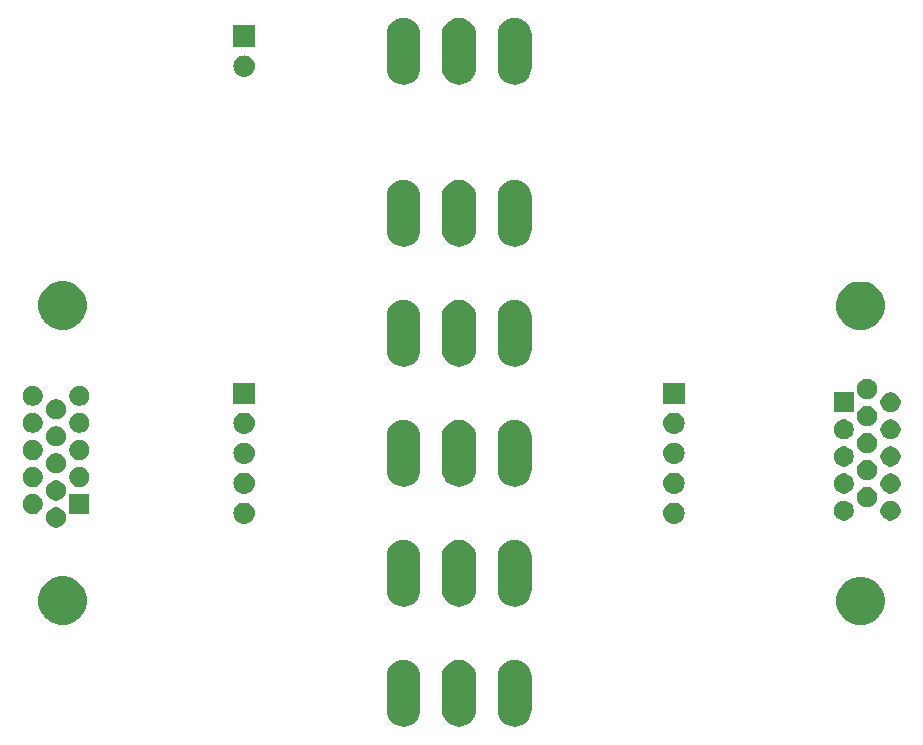
<source format=gbs>
G04 #@! TF.GenerationSoftware,KiCad,Pcbnew,5.1.4-e60b266~84~ubuntu19.04.1*
G04 #@! TF.CreationDate,2019-09-12T00:49:54+02:00*
G04 #@! TF.ProjectId,VGABreakout,56474142-7265-4616-9b6f-75742e6b6963,1.0.2*
G04 #@! TF.SameCoordinates,Original*
G04 #@! TF.FileFunction,Soldermask,Bot*
G04 #@! TF.FilePolarity,Negative*
%FSLAX46Y46*%
G04 Gerber Fmt 4.6, Leading zero omitted, Abs format (unit mm)*
G04 Created by KiCad (PCBNEW 5.1.4-e60b266~84~ubuntu19.04.1) date 2019-09-12 00:49:54*
%MOMM*%
%LPD*%
G04 APERTURE LIST*
%ADD10C,0.100000*%
G04 APERTURE END LIST*
D10*
G36*
X142533695Y-116971054D02*
G01*
X142804854Y-117053309D01*
X143054755Y-117186884D01*
X143273795Y-117366645D01*
X143453556Y-117585685D01*
X143587131Y-117835586D01*
X143669386Y-118106745D01*
X143690200Y-118318074D01*
X143690200Y-121234406D01*
X143669386Y-121445735D01*
X143587131Y-121716894D01*
X143453556Y-121966795D01*
X143383315Y-122052384D01*
X143273795Y-122185835D01*
X143150840Y-122286740D01*
X143054754Y-122365596D01*
X142804853Y-122499171D01*
X142533694Y-122581426D01*
X142251700Y-122609200D01*
X141969705Y-122581426D01*
X141698546Y-122499171D01*
X141448645Y-122365596D01*
X141363056Y-122295355D01*
X141229605Y-122185835D01*
X141049845Y-121966795D01*
X141049844Y-121966794D01*
X140916269Y-121716893D01*
X140834014Y-121445734D01*
X140813200Y-121234405D01*
X140813201Y-118318074D01*
X140834015Y-118106745D01*
X140916270Y-117835586D01*
X141049845Y-117585685D01*
X141229606Y-117366645D01*
X141448646Y-117186884D01*
X141698547Y-117053309D01*
X141969706Y-116971054D01*
X142251700Y-116943280D01*
X142533695Y-116971054D01*
X142533695Y-116971054D01*
G37*
G36*
X147233695Y-116971054D02*
G01*
X147504854Y-117053309D01*
X147754755Y-117186884D01*
X147973795Y-117366645D01*
X148153556Y-117585685D01*
X148287131Y-117835586D01*
X148369386Y-118106745D01*
X148390200Y-118318074D01*
X148390200Y-121234406D01*
X148369386Y-121445735D01*
X148287131Y-121716894D01*
X148153556Y-121966795D01*
X148083315Y-122052384D01*
X147973795Y-122185835D01*
X147850840Y-122286740D01*
X147754754Y-122365596D01*
X147504853Y-122499171D01*
X147233694Y-122581426D01*
X146951700Y-122609200D01*
X146669705Y-122581426D01*
X146398546Y-122499171D01*
X146148645Y-122365596D01*
X146063056Y-122295355D01*
X145929605Y-122185835D01*
X145749845Y-121966795D01*
X145749844Y-121966794D01*
X145616269Y-121716893D01*
X145534014Y-121445734D01*
X145513200Y-121234405D01*
X145513201Y-118318074D01*
X145534015Y-118106745D01*
X145616270Y-117835586D01*
X145749845Y-117585685D01*
X145929606Y-117366645D01*
X146148646Y-117186884D01*
X146398547Y-117053309D01*
X146669706Y-116971054D01*
X146951700Y-116943280D01*
X147233695Y-116971054D01*
X147233695Y-116971054D01*
G37*
G36*
X151933695Y-116971054D02*
G01*
X152204854Y-117053309D01*
X152454755Y-117186884D01*
X152673795Y-117366645D01*
X152853556Y-117585685D01*
X152987131Y-117835586D01*
X153069386Y-118106745D01*
X153090200Y-118318074D01*
X153090200Y-121234406D01*
X153069386Y-121445735D01*
X152987131Y-121716894D01*
X152853556Y-121966795D01*
X152783315Y-122052384D01*
X152673795Y-122185835D01*
X152550840Y-122286740D01*
X152454754Y-122365596D01*
X152204853Y-122499171D01*
X151933694Y-122581426D01*
X151651700Y-122609200D01*
X151369705Y-122581426D01*
X151098546Y-122499171D01*
X150848645Y-122365596D01*
X150763056Y-122295355D01*
X150629605Y-122185835D01*
X150449845Y-121966795D01*
X150449844Y-121966794D01*
X150316269Y-121716893D01*
X150234014Y-121445734D01*
X150213200Y-121234405D01*
X150213201Y-118318074D01*
X150234015Y-118106745D01*
X150316270Y-117835586D01*
X150449845Y-117585685D01*
X150629606Y-117366645D01*
X150848646Y-117186884D01*
X151098547Y-117053309D01*
X151369706Y-116971054D01*
X151651700Y-116943280D01*
X151933695Y-116971054D01*
X151933695Y-116971054D01*
G37*
G36*
X181540492Y-109999058D02*
G01*
X181913749Y-110153666D01*
X181913751Y-110153667D01*
X182249674Y-110378124D01*
X182535354Y-110663804D01*
X182739766Y-110969727D01*
X182759812Y-110999729D01*
X182914420Y-111372986D01*
X182993238Y-111769233D01*
X182993238Y-112173247D01*
X182914420Y-112569494D01*
X182759812Y-112942751D01*
X182759811Y-112942753D01*
X182535354Y-113278676D01*
X182249674Y-113564356D01*
X181913751Y-113788813D01*
X181913750Y-113788814D01*
X181913749Y-113788814D01*
X181540492Y-113943422D01*
X181144245Y-114022240D01*
X180740231Y-114022240D01*
X180343984Y-113943422D01*
X179970727Y-113788814D01*
X179970726Y-113788814D01*
X179970725Y-113788813D01*
X179634802Y-113564356D01*
X179349122Y-113278676D01*
X179124665Y-112942753D01*
X179124664Y-112942751D01*
X178970056Y-112569494D01*
X178891238Y-112173247D01*
X178891238Y-111769233D01*
X178970056Y-111372986D01*
X179124664Y-110999729D01*
X179144711Y-110969727D01*
X179349122Y-110663804D01*
X179634802Y-110378124D01*
X179970725Y-110153667D01*
X179970727Y-110153666D01*
X180343984Y-109999058D01*
X180740231Y-109920240D01*
X181144245Y-109920240D01*
X181540492Y-109999058D01*
X181540492Y-109999058D01*
G37*
G36*
X113989416Y-109969058D02*
G01*
X114362673Y-110123666D01*
X114362675Y-110123667D01*
X114407573Y-110153667D01*
X114698598Y-110348124D01*
X114984278Y-110633804D01*
X115208736Y-110969729D01*
X115363344Y-111342986D01*
X115442162Y-111739233D01*
X115442162Y-112143247D01*
X115363344Y-112539494D01*
X115350917Y-112569495D01*
X115208735Y-112912753D01*
X114984278Y-113248676D01*
X114698598Y-113534356D01*
X114362675Y-113758813D01*
X114362674Y-113758814D01*
X114362673Y-113758814D01*
X113989416Y-113913422D01*
X113593169Y-113992240D01*
X113189155Y-113992240D01*
X112792908Y-113913422D01*
X112419651Y-113758814D01*
X112419650Y-113758814D01*
X112419649Y-113758813D01*
X112083726Y-113534356D01*
X111798046Y-113248676D01*
X111573589Y-112912753D01*
X111431407Y-112569495D01*
X111418980Y-112539494D01*
X111340162Y-112143247D01*
X111340162Y-111739233D01*
X111418980Y-111342986D01*
X111573588Y-110969729D01*
X111798046Y-110633804D01*
X112083726Y-110348124D01*
X112374751Y-110153667D01*
X112419649Y-110123667D01*
X112419651Y-110123666D01*
X112792908Y-109969058D01*
X113189155Y-109890240D01*
X113593169Y-109890240D01*
X113989416Y-109969058D01*
X113989416Y-109969058D01*
G37*
G36*
X142533695Y-106811054D02*
G01*
X142804854Y-106893309D01*
X143054755Y-107026884D01*
X143273795Y-107206645D01*
X143453556Y-107425685D01*
X143587131Y-107675586D01*
X143669386Y-107946745D01*
X143690200Y-108158074D01*
X143690200Y-111074406D01*
X143669386Y-111285735D01*
X143587131Y-111556894D01*
X143453556Y-111806795D01*
X143383315Y-111892384D01*
X143273795Y-112025835D01*
X143150840Y-112126740D01*
X143054754Y-112205596D01*
X142804853Y-112339171D01*
X142533694Y-112421426D01*
X142251700Y-112449200D01*
X141969705Y-112421426D01*
X141698546Y-112339171D01*
X141448645Y-112205596D01*
X141363056Y-112135355D01*
X141229605Y-112025835D01*
X141049845Y-111806795D01*
X141049844Y-111806794D01*
X140916269Y-111556893D01*
X140834014Y-111285734D01*
X140813200Y-111074405D01*
X140813201Y-108158074D01*
X140834015Y-107946745D01*
X140916270Y-107675586D01*
X141049845Y-107425685D01*
X141229606Y-107206645D01*
X141448646Y-107026884D01*
X141698547Y-106893309D01*
X141969706Y-106811054D01*
X142251700Y-106783280D01*
X142533695Y-106811054D01*
X142533695Y-106811054D01*
G37*
G36*
X151933695Y-106811054D02*
G01*
X152204854Y-106893309D01*
X152454755Y-107026884D01*
X152673795Y-107206645D01*
X152853556Y-107425685D01*
X152987131Y-107675586D01*
X153069386Y-107946745D01*
X153090200Y-108158074D01*
X153090200Y-111074406D01*
X153069386Y-111285735D01*
X152987131Y-111556894D01*
X152853556Y-111806795D01*
X152783315Y-111892384D01*
X152673795Y-112025835D01*
X152550840Y-112126740D01*
X152454754Y-112205596D01*
X152204853Y-112339171D01*
X151933694Y-112421426D01*
X151651700Y-112449200D01*
X151369705Y-112421426D01*
X151098546Y-112339171D01*
X150848645Y-112205596D01*
X150763056Y-112135355D01*
X150629605Y-112025835D01*
X150449845Y-111806795D01*
X150449844Y-111806794D01*
X150316269Y-111556893D01*
X150234014Y-111285734D01*
X150213200Y-111074405D01*
X150213201Y-108158074D01*
X150234015Y-107946745D01*
X150316270Y-107675586D01*
X150449845Y-107425685D01*
X150629606Y-107206645D01*
X150848646Y-107026884D01*
X151098547Y-106893309D01*
X151369706Y-106811054D01*
X151651700Y-106783280D01*
X151933695Y-106811054D01*
X151933695Y-106811054D01*
G37*
G36*
X147233695Y-106811054D02*
G01*
X147504854Y-106893309D01*
X147754755Y-107026884D01*
X147973795Y-107206645D01*
X148153556Y-107425685D01*
X148287131Y-107675586D01*
X148369386Y-107946745D01*
X148390200Y-108158074D01*
X148390200Y-111074406D01*
X148369386Y-111285735D01*
X148287131Y-111556894D01*
X148153556Y-111806795D01*
X148083315Y-111892384D01*
X147973795Y-112025835D01*
X147850840Y-112126740D01*
X147754754Y-112205596D01*
X147504853Y-112339171D01*
X147233694Y-112421426D01*
X146951700Y-112449200D01*
X146669705Y-112421426D01*
X146398546Y-112339171D01*
X146148645Y-112205596D01*
X146063056Y-112135355D01*
X145929605Y-112025835D01*
X145749845Y-111806795D01*
X145749844Y-111806794D01*
X145616269Y-111556893D01*
X145534014Y-111285734D01*
X145513200Y-111074405D01*
X145513201Y-108158074D01*
X145534015Y-107946745D01*
X145616270Y-107675586D01*
X145749845Y-107425685D01*
X145929606Y-107206645D01*
X146148646Y-107026884D01*
X146398547Y-106893309D01*
X146669706Y-106811054D01*
X146951700Y-106783280D01*
X147233695Y-106811054D01*
X147233695Y-106811054D01*
G37*
G36*
X113079390Y-104082943D02*
G01*
X113234262Y-104147093D01*
X113373643Y-104240225D01*
X113492177Y-104358759D01*
X113585309Y-104498140D01*
X113649459Y-104653012D01*
X113682162Y-104817424D01*
X113682162Y-104985056D01*
X113649459Y-105149468D01*
X113585309Y-105304340D01*
X113492177Y-105443721D01*
X113373643Y-105562255D01*
X113234262Y-105655387D01*
X113079390Y-105719537D01*
X112914978Y-105752240D01*
X112747346Y-105752240D01*
X112582934Y-105719537D01*
X112428062Y-105655387D01*
X112288681Y-105562255D01*
X112170147Y-105443721D01*
X112077015Y-105304340D01*
X112012865Y-105149468D01*
X111980162Y-104985056D01*
X111980162Y-104817424D01*
X112012865Y-104653012D01*
X112077015Y-104498140D01*
X112170147Y-104358759D01*
X112288681Y-104240225D01*
X112428062Y-104147093D01*
X112582934Y-104082943D01*
X112747346Y-104050240D01*
X112914978Y-104050240D01*
X113079390Y-104082943D01*
X113079390Y-104082943D01*
G37*
G36*
X128860943Y-103646759D02*
G01*
X128927127Y-103653277D01*
X129096966Y-103704797D01*
X129253491Y-103788462D01*
X129289229Y-103817792D01*
X129390686Y-103901054D01*
X129463299Y-103989535D01*
X129503278Y-104038249D01*
X129586943Y-104194774D01*
X129638463Y-104364613D01*
X129655859Y-104541240D01*
X129638463Y-104717867D01*
X129586943Y-104887706D01*
X129503278Y-105044231D01*
X129481812Y-105070387D01*
X129390686Y-105181426D01*
X129289229Y-105264688D01*
X129253491Y-105294018D01*
X129096966Y-105377683D01*
X128927127Y-105429203D01*
X128860942Y-105435722D01*
X128794760Y-105442240D01*
X128706240Y-105442240D01*
X128640057Y-105435721D01*
X128573873Y-105429203D01*
X128404034Y-105377683D01*
X128247509Y-105294018D01*
X128211771Y-105264688D01*
X128110314Y-105181426D01*
X128019188Y-105070387D01*
X127997722Y-105044231D01*
X127914057Y-104887706D01*
X127862537Y-104717867D01*
X127845141Y-104541240D01*
X127862537Y-104364613D01*
X127914057Y-104194774D01*
X127997722Y-104038249D01*
X128037701Y-103989535D01*
X128110314Y-103901054D01*
X128211771Y-103817792D01*
X128247509Y-103788462D01*
X128404034Y-103704797D01*
X128573873Y-103653277D01*
X128640058Y-103646758D01*
X128706240Y-103640240D01*
X128794760Y-103640240D01*
X128860943Y-103646759D01*
X128860943Y-103646759D01*
G37*
G36*
X165263343Y-103646759D02*
G01*
X165329527Y-103653277D01*
X165499366Y-103704797D01*
X165655891Y-103788462D01*
X165691629Y-103817792D01*
X165793086Y-103901054D01*
X165865699Y-103989535D01*
X165905678Y-104038249D01*
X165989343Y-104194774D01*
X166040863Y-104364613D01*
X166058259Y-104541240D01*
X166040863Y-104717867D01*
X165989343Y-104887706D01*
X165905678Y-105044231D01*
X165884212Y-105070387D01*
X165793086Y-105181426D01*
X165691629Y-105264688D01*
X165655891Y-105294018D01*
X165499366Y-105377683D01*
X165329527Y-105429203D01*
X165263342Y-105435722D01*
X165197160Y-105442240D01*
X165108640Y-105442240D01*
X165042457Y-105435721D01*
X164976273Y-105429203D01*
X164806434Y-105377683D01*
X164649909Y-105294018D01*
X164614171Y-105264688D01*
X164512714Y-105181426D01*
X164421588Y-105070387D01*
X164400122Y-105044231D01*
X164316457Y-104887706D01*
X164264937Y-104717867D01*
X164247541Y-104541240D01*
X164264937Y-104364613D01*
X164316457Y-104194774D01*
X164400122Y-104038249D01*
X164440101Y-103989535D01*
X164512714Y-103901054D01*
X164614171Y-103817792D01*
X164649909Y-103788462D01*
X164806434Y-103704797D01*
X164976273Y-103653277D01*
X165042458Y-103646758D01*
X165108640Y-103640240D01*
X165197160Y-103640240D01*
X165263343Y-103646759D01*
X165263343Y-103646759D01*
G37*
G36*
X179770466Y-103497943D02*
G01*
X179925338Y-103562093D01*
X180064719Y-103655225D01*
X180183253Y-103773759D01*
X180276385Y-103913140D01*
X180340535Y-104068012D01*
X180373238Y-104232424D01*
X180373238Y-104400056D01*
X180340535Y-104564468D01*
X180276385Y-104719340D01*
X180183253Y-104858721D01*
X180064719Y-104977255D01*
X179925338Y-105070387D01*
X179770466Y-105134537D01*
X179606054Y-105167240D01*
X179438422Y-105167240D01*
X179274010Y-105134537D01*
X179119138Y-105070387D01*
X178979757Y-104977255D01*
X178861223Y-104858721D01*
X178768091Y-104719340D01*
X178703941Y-104564468D01*
X178671238Y-104400056D01*
X178671238Y-104232424D01*
X178703941Y-104068012D01*
X178768091Y-103913140D01*
X178861223Y-103773759D01*
X178979757Y-103655225D01*
X179119138Y-103562093D01*
X179274010Y-103497943D01*
X179438422Y-103465240D01*
X179606054Y-103465240D01*
X179770466Y-103497943D01*
X179770466Y-103497943D01*
G37*
G36*
X183730466Y-103497943D02*
G01*
X183885338Y-103562093D01*
X184024719Y-103655225D01*
X184143253Y-103773759D01*
X184236385Y-103913140D01*
X184300535Y-104068012D01*
X184333238Y-104232424D01*
X184333238Y-104400056D01*
X184300535Y-104564468D01*
X184236385Y-104719340D01*
X184143253Y-104858721D01*
X184024719Y-104977255D01*
X183885338Y-105070387D01*
X183730466Y-105134537D01*
X183566054Y-105167240D01*
X183398422Y-105167240D01*
X183234010Y-105134537D01*
X183079138Y-105070387D01*
X182939757Y-104977255D01*
X182821223Y-104858721D01*
X182728091Y-104719340D01*
X182663941Y-104564468D01*
X182631238Y-104400056D01*
X182631238Y-104232424D01*
X182663941Y-104068012D01*
X182728091Y-103913140D01*
X182821223Y-103773759D01*
X182939757Y-103655225D01*
X183079138Y-103562093D01*
X183234010Y-103497943D01*
X183398422Y-103465240D01*
X183566054Y-103465240D01*
X183730466Y-103497943D01*
X183730466Y-103497943D01*
G37*
G36*
X115662162Y-104607240D02*
G01*
X113960162Y-104607240D01*
X113960162Y-102905240D01*
X115662162Y-102905240D01*
X115662162Y-104607240D01*
X115662162Y-104607240D01*
G37*
G36*
X111099390Y-102937943D02*
G01*
X111254262Y-103002093D01*
X111393643Y-103095225D01*
X111512177Y-103213759D01*
X111605309Y-103353140D01*
X111669459Y-103508012D01*
X111702162Y-103672424D01*
X111702162Y-103840056D01*
X111669459Y-104004468D01*
X111605309Y-104159340D01*
X111512177Y-104298721D01*
X111393643Y-104417255D01*
X111254262Y-104510387D01*
X111099390Y-104574537D01*
X110934978Y-104607240D01*
X110767346Y-104607240D01*
X110602934Y-104574537D01*
X110448062Y-104510387D01*
X110308681Y-104417255D01*
X110190147Y-104298721D01*
X110097015Y-104159340D01*
X110032865Y-104004468D01*
X110000162Y-103840056D01*
X110000162Y-103672424D01*
X110032865Y-103508012D01*
X110097015Y-103353140D01*
X110190147Y-103213759D01*
X110308681Y-103095225D01*
X110448062Y-103002093D01*
X110602934Y-102937943D01*
X110767346Y-102905240D01*
X110934978Y-102905240D01*
X111099390Y-102937943D01*
X111099390Y-102937943D01*
G37*
G36*
X181750466Y-102352943D02*
G01*
X181905338Y-102417093D01*
X182044719Y-102510225D01*
X182163253Y-102628759D01*
X182256385Y-102768140D01*
X182320535Y-102923012D01*
X182353238Y-103087424D01*
X182353238Y-103255056D01*
X182320535Y-103419468D01*
X182256385Y-103574340D01*
X182163253Y-103713721D01*
X182044719Y-103832255D01*
X181905338Y-103925387D01*
X181750466Y-103989537D01*
X181586054Y-104022240D01*
X181418422Y-104022240D01*
X181254010Y-103989537D01*
X181099138Y-103925387D01*
X180959757Y-103832255D01*
X180841223Y-103713721D01*
X180748091Y-103574340D01*
X180683941Y-103419468D01*
X180651238Y-103255056D01*
X180651238Y-103087424D01*
X180683941Y-102923012D01*
X180748091Y-102768140D01*
X180841223Y-102628759D01*
X180959757Y-102510225D01*
X181099138Y-102417093D01*
X181254010Y-102352943D01*
X181418422Y-102320240D01*
X181586054Y-102320240D01*
X181750466Y-102352943D01*
X181750466Y-102352943D01*
G37*
G36*
X113079390Y-101792943D02*
G01*
X113234262Y-101857093D01*
X113373643Y-101950225D01*
X113492177Y-102068759D01*
X113585309Y-102208140D01*
X113649459Y-102363012D01*
X113682162Y-102527424D01*
X113682162Y-102695056D01*
X113649459Y-102859468D01*
X113585309Y-103014340D01*
X113492177Y-103153721D01*
X113373643Y-103272255D01*
X113234262Y-103365387D01*
X113079390Y-103429537D01*
X112914978Y-103462240D01*
X112747346Y-103462240D01*
X112582934Y-103429537D01*
X112428062Y-103365387D01*
X112288681Y-103272255D01*
X112170147Y-103153721D01*
X112077015Y-103014340D01*
X112012865Y-102859468D01*
X111980162Y-102695056D01*
X111980162Y-102527424D01*
X112012865Y-102363012D01*
X112077015Y-102208140D01*
X112170147Y-102068759D01*
X112288681Y-101950225D01*
X112428062Y-101857093D01*
X112582934Y-101792943D01*
X112747346Y-101760240D01*
X112914978Y-101760240D01*
X113079390Y-101792943D01*
X113079390Y-101792943D01*
G37*
G36*
X128860942Y-101106758D02*
G01*
X128927127Y-101113277D01*
X129096966Y-101164797D01*
X129253491Y-101248462D01*
X129282284Y-101272092D01*
X129390686Y-101361054D01*
X129473948Y-101462511D01*
X129503278Y-101498249D01*
X129503279Y-101498251D01*
X129582677Y-101646792D01*
X129586943Y-101654774D01*
X129638463Y-101824613D01*
X129655859Y-102001240D01*
X129638463Y-102177867D01*
X129586943Y-102347706D01*
X129503278Y-102504231D01*
X129484244Y-102527424D01*
X129390686Y-102641426D01*
X129289229Y-102724688D01*
X129253491Y-102754018D01*
X129096966Y-102837683D01*
X128927127Y-102889203D01*
X128860942Y-102895722D01*
X128794760Y-102902240D01*
X128706240Y-102902240D01*
X128640058Y-102895722D01*
X128573873Y-102889203D01*
X128404034Y-102837683D01*
X128247509Y-102754018D01*
X128211771Y-102724688D01*
X128110314Y-102641426D01*
X128016756Y-102527424D01*
X127997722Y-102504231D01*
X127914057Y-102347706D01*
X127862537Y-102177867D01*
X127845141Y-102001240D01*
X127862537Y-101824613D01*
X127914057Y-101654774D01*
X127918324Y-101646792D01*
X127997721Y-101498251D01*
X127997722Y-101498249D01*
X128027052Y-101462511D01*
X128110314Y-101361054D01*
X128218716Y-101272092D01*
X128247509Y-101248462D01*
X128404034Y-101164797D01*
X128573873Y-101113277D01*
X128640057Y-101106759D01*
X128706240Y-101100240D01*
X128794760Y-101100240D01*
X128860942Y-101106758D01*
X128860942Y-101106758D01*
G37*
G36*
X165263342Y-101106758D02*
G01*
X165329527Y-101113277D01*
X165499366Y-101164797D01*
X165655891Y-101248462D01*
X165684684Y-101272092D01*
X165793086Y-101361054D01*
X165876348Y-101462511D01*
X165905678Y-101498249D01*
X165905679Y-101498251D01*
X165985077Y-101646792D01*
X165989343Y-101654774D01*
X166040863Y-101824613D01*
X166058259Y-102001240D01*
X166040863Y-102177867D01*
X165989343Y-102347706D01*
X165905678Y-102504231D01*
X165886644Y-102527424D01*
X165793086Y-102641426D01*
X165691629Y-102724688D01*
X165655891Y-102754018D01*
X165499366Y-102837683D01*
X165329527Y-102889203D01*
X165263342Y-102895722D01*
X165197160Y-102902240D01*
X165108640Y-102902240D01*
X165042458Y-102895722D01*
X164976273Y-102889203D01*
X164806434Y-102837683D01*
X164649909Y-102754018D01*
X164614171Y-102724688D01*
X164512714Y-102641426D01*
X164419156Y-102527424D01*
X164400122Y-102504231D01*
X164316457Y-102347706D01*
X164264937Y-102177867D01*
X164247541Y-102001240D01*
X164264937Y-101824613D01*
X164316457Y-101654774D01*
X164320724Y-101646792D01*
X164400121Y-101498251D01*
X164400122Y-101498249D01*
X164429452Y-101462511D01*
X164512714Y-101361054D01*
X164621116Y-101272092D01*
X164649909Y-101248462D01*
X164806434Y-101164797D01*
X164976273Y-101113277D01*
X165042457Y-101106759D01*
X165108640Y-101100240D01*
X165197160Y-101100240D01*
X165263342Y-101106758D01*
X165263342Y-101106758D01*
G37*
G36*
X183730466Y-101207943D02*
G01*
X183885338Y-101272093D01*
X184024719Y-101365225D01*
X184143253Y-101483759D01*
X184236385Y-101623140D01*
X184300535Y-101778012D01*
X184333238Y-101942424D01*
X184333238Y-102110056D01*
X184300535Y-102274468D01*
X184236385Y-102429340D01*
X184143253Y-102568721D01*
X184024719Y-102687255D01*
X183885338Y-102780387D01*
X183730466Y-102844537D01*
X183566054Y-102877240D01*
X183398422Y-102877240D01*
X183234010Y-102844537D01*
X183079138Y-102780387D01*
X182939757Y-102687255D01*
X182821223Y-102568721D01*
X182728091Y-102429340D01*
X182663941Y-102274468D01*
X182631238Y-102110056D01*
X182631238Y-101942424D01*
X182663941Y-101778012D01*
X182728091Y-101623140D01*
X182821223Y-101483759D01*
X182939757Y-101365225D01*
X183079138Y-101272093D01*
X183234010Y-101207943D01*
X183398422Y-101175240D01*
X183566054Y-101175240D01*
X183730466Y-101207943D01*
X183730466Y-101207943D01*
G37*
G36*
X179770466Y-101207943D02*
G01*
X179925338Y-101272093D01*
X180064719Y-101365225D01*
X180183253Y-101483759D01*
X180276385Y-101623140D01*
X180340535Y-101778012D01*
X180373238Y-101942424D01*
X180373238Y-102110056D01*
X180340535Y-102274468D01*
X180276385Y-102429340D01*
X180183253Y-102568721D01*
X180064719Y-102687255D01*
X179925338Y-102780387D01*
X179770466Y-102844537D01*
X179606054Y-102877240D01*
X179438422Y-102877240D01*
X179274010Y-102844537D01*
X179119138Y-102780387D01*
X178979757Y-102687255D01*
X178861223Y-102568721D01*
X178768091Y-102429340D01*
X178703941Y-102274468D01*
X178671238Y-102110056D01*
X178671238Y-101942424D01*
X178703941Y-101778012D01*
X178768091Y-101623140D01*
X178861223Y-101483759D01*
X178979757Y-101365225D01*
X179119138Y-101272093D01*
X179274010Y-101207943D01*
X179438422Y-101175240D01*
X179606054Y-101175240D01*
X179770466Y-101207943D01*
X179770466Y-101207943D01*
G37*
G36*
X115059390Y-100647943D02*
G01*
X115214262Y-100712093D01*
X115353643Y-100805225D01*
X115472177Y-100923759D01*
X115565309Y-101063140D01*
X115629459Y-101218012D01*
X115662162Y-101382424D01*
X115662162Y-101550056D01*
X115629459Y-101714468D01*
X115565309Y-101869340D01*
X115472177Y-102008721D01*
X115353643Y-102127255D01*
X115214262Y-102220387D01*
X115059390Y-102284537D01*
X114894978Y-102317240D01*
X114727346Y-102317240D01*
X114562934Y-102284537D01*
X114408062Y-102220387D01*
X114268681Y-102127255D01*
X114150147Y-102008721D01*
X114057015Y-101869340D01*
X113992865Y-101714468D01*
X113960162Y-101550056D01*
X113960162Y-101382424D01*
X113992865Y-101218012D01*
X114057015Y-101063140D01*
X114150147Y-100923759D01*
X114268681Y-100805225D01*
X114408062Y-100712093D01*
X114562934Y-100647943D01*
X114727346Y-100615240D01*
X114894978Y-100615240D01*
X115059390Y-100647943D01*
X115059390Y-100647943D01*
G37*
G36*
X111099390Y-100647943D02*
G01*
X111254262Y-100712093D01*
X111393643Y-100805225D01*
X111512177Y-100923759D01*
X111605309Y-101063140D01*
X111669459Y-101218012D01*
X111702162Y-101382424D01*
X111702162Y-101550056D01*
X111669459Y-101714468D01*
X111605309Y-101869340D01*
X111512177Y-102008721D01*
X111393643Y-102127255D01*
X111254262Y-102220387D01*
X111099390Y-102284537D01*
X110934978Y-102317240D01*
X110767346Y-102317240D01*
X110602934Y-102284537D01*
X110448062Y-102220387D01*
X110308681Y-102127255D01*
X110190147Y-102008721D01*
X110097015Y-101869340D01*
X110032865Y-101714468D01*
X110000162Y-101550056D01*
X110000162Y-101382424D01*
X110032865Y-101218012D01*
X110097015Y-101063140D01*
X110190147Y-100923759D01*
X110308681Y-100805225D01*
X110448062Y-100712093D01*
X110602934Y-100647943D01*
X110767346Y-100615240D01*
X110934978Y-100615240D01*
X111099390Y-100647943D01*
X111099390Y-100647943D01*
G37*
G36*
X142533695Y-96651054D02*
G01*
X142804854Y-96733309D01*
X143054755Y-96866884D01*
X143273795Y-97046645D01*
X143453556Y-97265685D01*
X143587131Y-97515586D01*
X143669386Y-97786745D01*
X143669386Y-97786747D01*
X143690200Y-97998072D01*
X143690200Y-100914408D01*
X143679793Y-101020070D01*
X143669386Y-101125735D01*
X143587131Y-101396894D01*
X143453556Y-101646795D01*
X143398018Y-101714468D01*
X143273795Y-101865835D01*
X143180470Y-101942424D01*
X143054754Y-102045596D01*
X142804853Y-102179171D01*
X142533694Y-102261426D01*
X142251700Y-102289200D01*
X141969705Y-102261426D01*
X141698546Y-102179171D01*
X141448645Y-102045596D01*
X141322930Y-101942424D01*
X141229605Y-101865835D01*
X141105383Y-101714469D01*
X141049844Y-101646794D01*
X140916269Y-101396893D01*
X140834014Y-101125734D01*
X140818189Y-100965056D01*
X140813200Y-100914407D01*
X140813201Y-97998072D01*
X140834015Y-97786747D01*
X140834015Y-97786745D01*
X140916270Y-97515586D01*
X141049845Y-97265685D01*
X141229606Y-97046645D01*
X141448646Y-96866884D01*
X141698547Y-96733309D01*
X141969706Y-96651054D01*
X142251700Y-96623280D01*
X142533695Y-96651054D01*
X142533695Y-96651054D01*
G37*
G36*
X151933695Y-96651054D02*
G01*
X152204854Y-96733309D01*
X152454755Y-96866884D01*
X152673795Y-97046645D01*
X152853556Y-97265685D01*
X152987131Y-97515586D01*
X153069386Y-97786745D01*
X153069386Y-97786747D01*
X153090200Y-97998072D01*
X153090200Y-100914408D01*
X153079793Y-101020070D01*
X153069386Y-101125735D01*
X152987131Y-101396894D01*
X152853556Y-101646795D01*
X152798018Y-101714468D01*
X152673795Y-101865835D01*
X152580470Y-101942424D01*
X152454754Y-102045596D01*
X152204853Y-102179171D01*
X151933694Y-102261426D01*
X151651700Y-102289200D01*
X151369705Y-102261426D01*
X151098546Y-102179171D01*
X150848645Y-102045596D01*
X150722930Y-101942424D01*
X150629605Y-101865835D01*
X150505383Y-101714469D01*
X150449844Y-101646794D01*
X150316269Y-101396893D01*
X150234014Y-101125734D01*
X150218189Y-100965056D01*
X150213200Y-100914407D01*
X150213201Y-97998072D01*
X150234015Y-97786747D01*
X150234015Y-97786745D01*
X150316270Y-97515586D01*
X150449845Y-97265685D01*
X150629606Y-97046645D01*
X150848646Y-96866884D01*
X151098547Y-96733309D01*
X151369706Y-96651054D01*
X151651700Y-96623280D01*
X151933695Y-96651054D01*
X151933695Y-96651054D01*
G37*
G36*
X147233695Y-96651054D02*
G01*
X147504854Y-96733309D01*
X147754755Y-96866884D01*
X147973795Y-97046645D01*
X148153556Y-97265685D01*
X148287131Y-97515586D01*
X148369386Y-97786745D01*
X148369386Y-97786747D01*
X148390200Y-97998072D01*
X148390200Y-100914408D01*
X148379793Y-101020070D01*
X148369386Y-101125735D01*
X148287131Y-101396894D01*
X148153556Y-101646795D01*
X148098018Y-101714468D01*
X147973795Y-101865835D01*
X147880470Y-101942424D01*
X147754754Y-102045596D01*
X147504853Y-102179171D01*
X147233694Y-102261426D01*
X146951700Y-102289200D01*
X146669705Y-102261426D01*
X146398546Y-102179171D01*
X146148645Y-102045596D01*
X146022930Y-101942424D01*
X145929605Y-101865835D01*
X145805383Y-101714469D01*
X145749844Y-101646794D01*
X145616269Y-101396893D01*
X145534014Y-101125734D01*
X145518189Y-100965056D01*
X145513200Y-100914407D01*
X145513201Y-97998072D01*
X145534015Y-97786747D01*
X145534015Y-97786745D01*
X145616270Y-97515586D01*
X145749845Y-97265685D01*
X145929606Y-97046645D01*
X146148646Y-96866884D01*
X146398547Y-96733309D01*
X146669706Y-96651054D01*
X146951700Y-96623280D01*
X147233695Y-96651054D01*
X147233695Y-96651054D01*
G37*
G36*
X181750466Y-100062943D02*
G01*
X181905338Y-100127093D01*
X182044719Y-100220225D01*
X182163253Y-100338759D01*
X182256385Y-100478140D01*
X182320535Y-100633012D01*
X182353238Y-100797424D01*
X182353238Y-100965056D01*
X182320535Y-101129468D01*
X182256385Y-101284340D01*
X182163253Y-101423721D01*
X182044719Y-101542255D01*
X181905338Y-101635387D01*
X181750466Y-101699537D01*
X181586054Y-101732240D01*
X181418422Y-101732240D01*
X181254010Y-101699537D01*
X181099138Y-101635387D01*
X180959757Y-101542255D01*
X180841223Y-101423721D01*
X180748091Y-101284340D01*
X180683941Y-101129468D01*
X180651238Y-100965056D01*
X180651238Y-100797424D01*
X180683941Y-100633012D01*
X180748091Y-100478140D01*
X180841223Y-100338759D01*
X180959757Y-100220225D01*
X181099138Y-100127093D01*
X181254010Y-100062943D01*
X181418422Y-100030240D01*
X181586054Y-100030240D01*
X181750466Y-100062943D01*
X181750466Y-100062943D01*
G37*
G36*
X113079390Y-99502943D02*
G01*
X113234262Y-99567093D01*
X113373643Y-99660225D01*
X113492177Y-99778759D01*
X113585309Y-99918140D01*
X113649459Y-100073012D01*
X113682162Y-100237424D01*
X113682162Y-100405056D01*
X113649459Y-100569468D01*
X113585309Y-100724340D01*
X113492177Y-100863721D01*
X113373643Y-100982255D01*
X113234262Y-101075387D01*
X113079390Y-101139537D01*
X112914978Y-101172240D01*
X112747346Y-101172240D01*
X112582934Y-101139537D01*
X112428062Y-101075387D01*
X112288681Y-100982255D01*
X112170147Y-100863721D01*
X112077015Y-100724340D01*
X112012865Y-100569468D01*
X111980162Y-100405056D01*
X111980162Y-100237424D01*
X112012865Y-100073012D01*
X112077015Y-99918140D01*
X112170147Y-99778759D01*
X112288681Y-99660225D01*
X112428062Y-99567093D01*
X112582934Y-99502943D01*
X112747346Y-99470240D01*
X112914978Y-99470240D01*
X113079390Y-99502943D01*
X113079390Y-99502943D01*
G37*
G36*
X179770466Y-98917943D02*
G01*
X179925338Y-98982093D01*
X180064719Y-99075225D01*
X180183253Y-99193759D01*
X180276385Y-99333140D01*
X180340535Y-99488012D01*
X180373238Y-99652424D01*
X180373238Y-99820056D01*
X180340535Y-99984468D01*
X180276385Y-100139340D01*
X180183253Y-100278721D01*
X180064719Y-100397255D01*
X179925338Y-100490387D01*
X179770466Y-100554537D01*
X179606054Y-100587240D01*
X179438422Y-100587240D01*
X179274010Y-100554537D01*
X179119138Y-100490387D01*
X178979757Y-100397255D01*
X178861223Y-100278721D01*
X178768091Y-100139340D01*
X178703941Y-99984468D01*
X178671238Y-99820056D01*
X178671238Y-99652424D01*
X178703941Y-99488012D01*
X178768091Y-99333140D01*
X178861223Y-99193759D01*
X178979757Y-99075225D01*
X179119138Y-98982093D01*
X179274010Y-98917943D01*
X179438422Y-98885240D01*
X179606054Y-98885240D01*
X179770466Y-98917943D01*
X179770466Y-98917943D01*
G37*
G36*
X183730466Y-98917943D02*
G01*
X183885338Y-98982093D01*
X184024719Y-99075225D01*
X184143253Y-99193759D01*
X184236385Y-99333140D01*
X184300535Y-99488012D01*
X184333238Y-99652424D01*
X184333238Y-99820056D01*
X184300535Y-99984468D01*
X184236385Y-100139340D01*
X184143253Y-100278721D01*
X184024719Y-100397255D01*
X183885338Y-100490387D01*
X183730466Y-100554537D01*
X183566054Y-100587240D01*
X183398422Y-100587240D01*
X183234010Y-100554537D01*
X183079138Y-100490387D01*
X182939757Y-100397255D01*
X182821223Y-100278721D01*
X182728091Y-100139340D01*
X182663941Y-99984468D01*
X182631238Y-99820056D01*
X182631238Y-99652424D01*
X182663941Y-99488012D01*
X182728091Y-99333140D01*
X182821223Y-99193759D01*
X182939757Y-99075225D01*
X183079138Y-98982093D01*
X183234010Y-98917943D01*
X183398422Y-98885240D01*
X183566054Y-98885240D01*
X183730466Y-98917943D01*
X183730466Y-98917943D01*
G37*
G36*
X128860943Y-98566759D02*
G01*
X128927127Y-98573277D01*
X129096966Y-98624797D01*
X129096968Y-98624798D01*
X129175229Y-98666630D01*
X129253491Y-98708462D01*
X129289229Y-98737792D01*
X129390686Y-98821054D01*
X129470201Y-98917945D01*
X129503278Y-98958249D01*
X129586943Y-99114774D01*
X129638463Y-99284613D01*
X129655859Y-99461240D01*
X129638463Y-99637867D01*
X129586943Y-99807706D01*
X129503278Y-99964231D01*
X129486670Y-99984468D01*
X129390686Y-100101426D01*
X129289229Y-100184688D01*
X129253491Y-100214018D01*
X129096966Y-100297683D01*
X128927127Y-100349203D01*
X128860943Y-100355721D01*
X128794760Y-100362240D01*
X128706240Y-100362240D01*
X128640057Y-100355721D01*
X128573873Y-100349203D01*
X128404034Y-100297683D01*
X128247509Y-100214018D01*
X128211771Y-100184688D01*
X128110314Y-100101426D01*
X128014330Y-99984468D01*
X127997722Y-99964231D01*
X127914057Y-99807706D01*
X127862537Y-99637867D01*
X127845141Y-99461240D01*
X127862537Y-99284613D01*
X127914057Y-99114774D01*
X127997722Y-98958249D01*
X128030799Y-98917945D01*
X128110314Y-98821054D01*
X128211771Y-98737792D01*
X128247509Y-98708462D01*
X128325771Y-98666630D01*
X128404032Y-98624798D01*
X128404034Y-98624797D01*
X128573873Y-98573277D01*
X128640057Y-98566759D01*
X128706240Y-98560240D01*
X128794760Y-98560240D01*
X128860943Y-98566759D01*
X128860943Y-98566759D01*
G37*
G36*
X165263343Y-98566759D02*
G01*
X165329527Y-98573277D01*
X165499366Y-98624797D01*
X165499368Y-98624798D01*
X165577629Y-98666630D01*
X165655891Y-98708462D01*
X165691629Y-98737792D01*
X165793086Y-98821054D01*
X165872601Y-98917945D01*
X165905678Y-98958249D01*
X165989343Y-99114774D01*
X166040863Y-99284613D01*
X166058259Y-99461240D01*
X166040863Y-99637867D01*
X165989343Y-99807706D01*
X165905678Y-99964231D01*
X165889070Y-99984468D01*
X165793086Y-100101426D01*
X165691629Y-100184688D01*
X165655891Y-100214018D01*
X165499366Y-100297683D01*
X165329527Y-100349203D01*
X165263343Y-100355721D01*
X165197160Y-100362240D01*
X165108640Y-100362240D01*
X165042457Y-100355721D01*
X164976273Y-100349203D01*
X164806434Y-100297683D01*
X164649909Y-100214018D01*
X164614171Y-100184688D01*
X164512714Y-100101426D01*
X164416730Y-99984468D01*
X164400122Y-99964231D01*
X164316457Y-99807706D01*
X164264937Y-99637867D01*
X164247541Y-99461240D01*
X164264937Y-99284613D01*
X164316457Y-99114774D01*
X164400122Y-98958249D01*
X164433199Y-98917945D01*
X164512714Y-98821054D01*
X164614171Y-98737792D01*
X164649909Y-98708462D01*
X164728171Y-98666630D01*
X164806432Y-98624798D01*
X164806434Y-98624797D01*
X164976273Y-98573277D01*
X165042457Y-98566759D01*
X165108640Y-98560240D01*
X165197160Y-98560240D01*
X165263343Y-98566759D01*
X165263343Y-98566759D01*
G37*
G36*
X115059390Y-98357943D02*
G01*
X115214262Y-98422093D01*
X115353643Y-98515225D01*
X115472177Y-98633759D01*
X115565309Y-98773140D01*
X115629459Y-98928012D01*
X115662162Y-99092424D01*
X115662162Y-99260056D01*
X115629459Y-99424468D01*
X115565309Y-99579340D01*
X115472177Y-99718721D01*
X115353643Y-99837255D01*
X115214262Y-99930387D01*
X115059390Y-99994537D01*
X114894978Y-100027240D01*
X114727346Y-100027240D01*
X114562934Y-99994537D01*
X114408062Y-99930387D01*
X114268681Y-99837255D01*
X114150147Y-99718721D01*
X114057015Y-99579340D01*
X113992865Y-99424468D01*
X113960162Y-99260056D01*
X113960162Y-99092424D01*
X113992865Y-98928012D01*
X114057015Y-98773140D01*
X114150147Y-98633759D01*
X114268681Y-98515225D01*
X114408062Y-98422093D01*
X114562934Y-98357943D01*
X114727346Y-98325240D01*
X114894978Y-98325240D01*
X115059390Y-98357943D01*
X115059390Y-98357943D01*
G37*
G36*
X111099390Y-98357943D02*
G01*
X111254262Y-98422093D01*
X111393643Y-98515225D01*
X111512177Y-98633759D01*
X111605309Y-98773140D01*
X111669459Y-98928012D01*
X111702162Y-99092424D01*
X111702162Y-99260056D01*
X111669459Y-99424468D01*
X111605309Y-99579340D01*
X111512177Y-99718721D01*
X111393643Y-99837255D01*
X111254262Y-99930387D01*
X111099390Y-99994537D01*
X110934978Y-100027240D01*
X110767346Y-100027240D01*
X110602934Y-99994537D01*
X110448062Y-99930387D01*
X110308681Y-99837255D01*
X110190147Y-99718721D01*
X110097015Y-99579340D01*
X110032865Y-99424468D01*
X110000162Y-99260056D01*
X110000162Y-99092424D01*
X110032865Y-98928012D01*
X110097015Y-98773140D01*
X110190147Y-98633759D01*
X110308681Y-98515225D01*
X110448062Y-98422093D01*
X110602934Y-98357943D01*
X110767346Y-98325240D01*
X110934978Y-98325240D01*
X111099390Y-98357943D01*
X111099390Y-98357943D01*
G37*
G36*
X181750466Y-97772943D02*
G01*
X181905338Y-97837093D01*
X182044719Y-97930225D01*
X182163253Y-98048759D01*
X182256385Y-98188140D01*
X182320535Y-98343012D01*
X182353238Y-98507424D01*
X182353238Y-98675056D01*
X182320535Y-98839468D01*
X182256385Y-98994340D01*
X182163253Y-99133721D01*
X182044719Y-99252255D01*
X181905338Y-99345387D01*
X181750466Y-99409537D01*
X181586054Y-99442240D01*
X181418422Y-99442240D01*
X181254010Y-99409537D01*
X181099138Y-99345387D01*
X180959757Y-99252255D01*
X180841223Y-99133721D01*
X180748091Y-98994340D01*
X180683941Y-98839468D01*
X180651238Y-98675056D01*
X180651238Y-98507424D01*
X180683941Y-98343012D01*
X180748091Y-98188140D01*
X180841223Y-98048759D01*
X180959757Y-97930225D01*
X181099138Y-97837093D01*
X181254010Y-97772943D01*
X181418422Y-97740240D01*
X181586054Y-97740240D01*
X181750466Y-97772943D01*
X181750466Y-97772943D01*
G37*
G36*
X113079390Y-97212943D02*
G01*
X113234262Y-97277093D01*
X113373643Y-97370225D01*
X113492177Y-97488759D01*
X113585309Y-97628140D01*
X113649459Y-97783012D01*
X113682162Y-97947424D01*
X113682162Y-98115056D01*
X113649459Y-98279468D01*
X113585309Y-98434340D01*
X113492177Y-98573721D01*
X113373643Y-98692255D01*
X113234262Y-98785387D01*
X113079390Y-98849537D01*
X112914978Y-98882240D01*
X112747346Y-98882240D01*
X112582934Y-98849537D01*
X112428062Y-98785387D01*
X112288681Y-98692255D01*
X112170147Y-98573721D01*
X112077015Y-98434340D01*
X112012865Y-98279468D01*
X111980162Y-98115056D01*
X111980162Y-97947424D01*
X112012865Y-97783012D01*
X112077015Y-97628140D01*
X112170147Y-97488759D01*
X112288681Y-97370225D01*
X112428062Y-97277093D01*
X112582934Y-97212943D01*
X112747346Y-97180240D01*
X112914978Y-97180240D01*
X113079390Y-97212943D01*
X113079390Y-97212943D01*
G37*
G36*
X179770466Y-96627943D02*
G01*
X179925338Y-96692093D01*
X180064719Y-96785225D01*
X180183253Y-96903759D01*
X180276385Y-97043140D01*
X180340535Y-97198012D01*
X180373238Y-97362424D01*
X180373238Y-97530056D01*
X180340535Y-97694468D01*
X180276385Y-97849340D01*
X180183253Y-97988721D01*
X180064719Y-98107255D01*
X179925338Y-98200387D01*
X179770466Y-98264537D01*
X179606054Y-98297240D01*
X179438422Y-98297240D01*
X179274010Y-98264537D01*
X179119138Y-98200387D01*
X178979757Y-98107255D01*
X178861223Y-97988721D01*
X178768091Y-97849340D01*
X178703941Y-97694468D01*
X178671238Y-97530056D01*
X178671238Y-97362424D01*
X178703941Y-97198012D01*
X178768091Y-97043140D01*
X178861223Y-96903759D01*
X178979757Y-96785225D01*
X179119138Y-96692093D01*
X179274010Y-96627943D01*
X179438422Y-96595240D01*
X179606054Y-96595240D01*
X179770466Y-96627943D01*
X179770466Y-96627943D01*
G37*
G36*
X183730466Y-96627943D02*
G01*
X183885338Y-96692093D01*
X184024719Y-96785225D01*
X184143253Y-96903759D01*
X184236385Y-97043140D01*
X184300535Y-97198012D01*
X184333238Y-97362424D01*
X184333238Y-97530056D01*
X184300535Y-97694468D01*
X184236385Y-97849340D01*
X184143253Y-97988721D01*
X184024719Y-98107255D01*
X183885338Y-98200387D01*
X183730466Y-98264537D01*
X183566054Y-98297240D01*
X183398422Y-98297240D01*
X183234010Y-98264537D01*
X183079138Y-98200387D01*
X182939757Y-98107255D01*
X182821223Y-97988721D01*
X182728091Y-97849340D01*
X182663941Y-97694468D01*
X182631238Y-97530056D01*
X182631238Y-97362424D01*
X182663941Y-97198012D01*
X182728091Y-97043140D01*
X182821223Y-96903759D01*
X182939757Y-96785225D01*
X183079138Y-96692093D01*
X183234010Y-96627943D01*
X183398422Y-96595240D01*
X183566054Y-96595240D01*
X183730466Y-96627943D01*
X183730466Y-96627943D01*
G37*
G36*
X165263342Y-96026758D02*
G01*
X165329527Y-96033277D01*
X165499366Y-96084797D01*
X165655891Y-96168462D01*
X165691629Y-96197792D01*
X165793086Y-96281054D01*
X165876348Y-96382511D01*
X165905678Y-96418249D01*
X165989343Y-96574774D01*
X166040863Y-96744613D01*
X166058259Y-96921240D01*
X166040863Y-97097867D01*
X165989343Y-97267706D01*
X165905678Y-97424231D01*
X165901993Y-97428721D01*
X165793086Y-97561426D01*
X165696870Y-97640387D01*
X165655891Y-97674018D01*
X165499366Y-97757683D01*
X165329527Y-97809203D01*
X165263342Y-97815722D01*
X165197160Y-97822240D01*
X165108640Y-97822240D01*
X165042457Y-97815721D01*
X164976273Y-97809203D01*
X164806434Y-97757683D01*
X164649909Y-97674018D01*
X164608930Y-97640387D01*
X164512714Y-97561426D01*
X164403807Y-97428721D01*
X164400122Y-97424231D01*
X164316457Y-97267706D01*
X164264937Y-97097867D01*
X164247541Y-96921240D01*
X164264937Y-96744613D01*
X164316457Y-96574774D01*
X164400122Y-96418249D01*
X164429452Y-96382511D01*
X164512714Y-96281054D01*
X164614171Y-96197792D01*
X164649909Y-96168462D01*
X164806434Y-96084797D01*
X164976273Y-96033277D01*
X165042458Y-96026758D01*
X165108640Y-96020240D01*
X165197160Y-96020240D01*
X165263342Y-96026758D01*
X165263342Y-96026758D01*
G37*
G36*
X128860942Y-96026758D02*
G01*
X128927127Y-96033277D01*
X129096966Y-96084797D01*
X129253491Y-96168462D01*
X129289229Y-96197792D01*
X129390686Y-96281054D01*
X129473948Y-96382511D01*
X129503278Y-96418249D01*
X129586943Y-96574774D01*
X129638463Y-96744613D01*
X129655859Y-96921240D01*
X129638463Y-97097867D01*
X129586943Y-97267706D01*
X129503278Y-97424231D01*
X129499593Y-97428721D01*
X129390686Y-97561426D01*
X129294470Y-97640387D01*
X129253491Y-97674018D01*
X129096966Y-97757683D01*
X128927127Y-97809203D01*
X128860942Y-97815722D01*
X128794760Y-97822240D01*
X128706240Y-97822240D01*
X128640057Y-97815721D01*
X128573873Y-97809203D01*
X128404034Y-97757683D01*
X128247509Y-97674018D01*
X128206530Y-97640387D01*
X128110314Y-97561426D01*
X128001407Y-97428721D01*
X127997722Y-97424231D01*
X127914057Y-97267706D01*
X127862537Y-97097867D01*
X127845141Y-96921240D01*
X127862537Y-96744613D01*
X127914057Y-96574774D01*
X127997722Y-96418249D01*
X128027052Y-96382511D01*
X128110314Y-96281054D01*
X128211771Y-96197792D01*
X128247509Y-96168462D01*
X128404034Y-96084797D01*
X128573873Y-96033277D01*
X128640058Y-96026758D01*
X128706240Y-96020240D01*
X128794760Y-96020240D01*
X128860942Y-96026758D01*
X128860942Y-96026758D01*
G37*
G36*
X115059390Y-96067943D02*
G01*
X115214262Y-96132093D01*
X115353643Y-96225225D01*
X115472177Y-96343759D01*
X115565309Y-96483140D01*
X115629459Y-96638012D01*
X115662162Y-96802424D01*
X115662162Y-96970056D01*
X115629459Y-97134468D01*
X115565309Y-97289340D01*
X115472177Y-97428721D01*
X115353643Y-97547255D01*
X115214262Y-97640387D01*
X115059390Y-97704537D01*
X114894978Y-97737240D01*
X114727346Y-97737240D01*
X114562934Y-97704537D01*
X114408062Y-97640387D01*
X114268681Y-97547255D01*
X114150147Y-97428721D01*
X114057015Y-97289340D01*
X113992865Y-97134468D01*
X113960162Y-96970056D01*
X113960162Y-96802424D01*
X113992865Y-96638012D01*
X114057015Y-96483140D01*
X114150147Y-96343759D01*
X114268681Y-96225225D01*
X114408062Y-96132093D01*
X114562934Y-96067943D01*
X114727346Y-96035240D01*
X114894978Y-96035240D01*
X115059390Y-96067943D01*
X115059390Y-96067943D01*
G37*
G36*
X111099390Y-96067943D02*
G01*
X111254262Y-96132093D01*
X111393643Y-96225225D01*
X111512177Y-96343759D01*
X111605309Y-96483140D01*
X111669459Y-96638012D01*
X111702162Y-96802424D01*
X111702162Y-96970056D01*
X111669459Y-97134468D01*
X111605309Y-97289340D01*
X111512177Y-97428721D01*
X111393643Y-97547255D01*
X111254262Y-97640387D01*
X111099390Y-97704537D01*
X110934978Y-97737240D01*
X110767346Y-97737240D01*
X110602934Y-97704537D01*
X110448062Y-97640387D01*
X110308681Y-97547255D01*
X110190147Y-97428721D01*
X110097015Y-97289340D01*
X110032865Y-97134468D01*
X110000162Y-96970056D01*
X110000162Y-96802424D01*
X110032865Y-96638012D01*
X110097015Y-96483140D01*
X110190147Y-96343759D01*
X110308681Y-96225225D01*
X110448062Y-96132093D01*
X110602934Y-96067943D01*
X110767346Y-96035240D01*
X110934978Y-96035240D01*
X111099390Y-96067943D01*
X111099390Y-96067943D01*
G37*
G36*
X181750466Y-95482943D02*
G01*
X181905338Y-95547093D01*
X182044719Y-95640225D01*
X182163253Y-95758759D01*
X182256385Y-95898140D01*
X182320535Y-96053012D01*
X182353238Y-96217424D01*
X182353238Y-96385056D01*
X182320535Y-96549468D01*
X182256385Y-96704340D01*
X182163253Y-96843721D01*
X182044719Y-96962255D01*
X181905338Y-97055387D01*
X181750466Y-97119537D01*
X181586054Y-97152240D01*
X181418422Y-97152240D01*
X181254010Y-97119537D01*
X181099138Y-97055387D01*
X180959757Y-96962255D01*
X180841223Y-96843721D01*
X180748091Y-96704340D01*
X180683941Y-96549468D01*
X180651238Y-96385056D01*
X180651238Y-96217424D01*
X180683941Y-96053012D01*
X180748091Y-95898140D01*
X180841223Y-95758759D01*
X180959757Y-95640225D01*
X181099138Y-95547093D01*
X181254010Y-95482943D01*
X181418422Y-95450240D01*
X181586054Y-95450240D01*
X181750466Y-95482943D01*
X181750466Y-95482943D01*
G37*
G36*
X113079390Y-94922943D02*
G01*
X113234262Y-94987093D01*
X113373643Y-95080225D01*
X113492177Y-95198759D01*
X113585309Y-95338140D01*
X113649459Y-95493012D01*
X113682162Y-95657424D01*
X113682162Y-95825056D01*
X113649459Y-95989468D01*
X113585309Y-96144340D01*
X113492177Y-96283721D01*
X113373643Y-96402255D01*
X113234262Y-96495387D01*
X113079390Y-96559537D01*
X112914978Y-96592240D01*
X112747346Y-96592240D01*
X112582934Y-96559537D01*
X112428062Y-96495387D01*
X112288681Y-96402255D01*
X112170147Y-96283721D01*
X112077015Y-96144340D01*
X112012865Y-95989468D01*
X111980162Y-95825056D01*
X111980162Y-95657424D01*
X112012865Y-95493012D01*
X112077015Y-95338140D01*
X112170147Y-95198759D01*
X112288681Y-95080225D01*
X112428062Y-94987093D01*
X112582934Y-94922943D01*
X112747346Y-94890240D01*
X112914978Y-94890240D01*
X113079390Y-94922943D01*
X113079390Y-94922943D01*
G37*
G36*
X183730466Y-94337943D02*
G01*
X183885338Y-94402093D01*
X184024719Y-94495225D01*
X184143253Y-94613759D01*
X184236385Y-94753140D01*
X184300535Y-94908012D01*
X184333238Y-95072424D01*
X184333238Y-95240056D01*
X184300535Y-95404468D01*
X184236385Y-95559340D01*
X184143253Y-95698721D01*
X184024719Y-95817255D01*
X183885338Y-95910387D01*
X183730466Y-95974537D01*
X183566054Y-96007240D01*
X183398422Y-96007240D01*
X183234010Y-95974537D01*
X183079138Y-95910387D01*
X182939757Y-95817255D01*
X182821223Y-95698721D01*
X182728091Y-95559340D01*
X182663941Y-95404468D01*
X182631238Y-95240056D01*
X182631238Y-95072424D01*
X182663941Y-94908012D01*
X182728091Y-94753140D01*
X182821223Y-94613759D01*
X182939757Y-94495225D01*
X183079138Y-94402093D01*
X183234010Y-94337943D01*
X183398422Y-94305240D01*
X183566054Y-94305240D01*
X183730466Y-94337943D01*
X183730466Y-94337943D01*
G37*
G36*
X180373238Y-96007240D02*
G01*
X178671238Y-96007240D01*
X178671238Y-94305240D01*
X180373238Y-94305240D01*
X180373238Y-96007240D01*
X180373238Y-96007240D01*
G37*
G36*
X111099390Y-93777943D02*
G01*
X111254262Y-93842093D01*
X111393643Y-93935225D01*
X111512177Y-94053759D01*
X111605309Y-94193140D01*
X111669459Y-94348012D01*
X111702162Y-94512424D01*
X111702162Y-94680056D01*
X111669459Y-94844468D01*
X111605309Y-94999340D01*
X111512177Y-95138721D01*
X111393643Y-95257255D01*
X111254262Y-95350387D01*
X111099390Y-95414537D01*
X110934978Y-95447240D01*
X110767346Y-95447240D01*
X110602934Y-95414537D01*
X110448062Y-95350387D01*
X110308681Y-95257255D01*
X110190147Y-95138721D01*
X110097015Y-94999340D01*
X110032865Y-94844468D01*
X110000162Y-94680056D01*
X110000162Y-94512424D01*
X110032865Y-94348012D01*
X110097015Y-94193140D01*
X110190147Y-94053759D01*
X110308681Y-93935225D01*
X110448062Y-93842093D01*
X110602934Y-93777943D01*
X110767346Y-93745240D01*
X110934978Y-93745240D01*
X111099390Y-93777943D01*
X111099390Y-93777943D01*
G37*
G36*
X115059390Y-93777943D02*
G01*
X115214262Y-93842093D01*
X115353643Y-93935225D01*
X115472177Y-94053759D01*
X115565309Y-94193140D01*
X115629459Y-94348012D01*
X115662162Y-94512424D01*
X115662162Y-94680056D01*
X115629459Y-94844468D01*
X115565309Y-94999340D01*
X115472177Y-95138721D01*
X115353643Y-95257255D01*
X115214262Y-95350387D01*
X115059390Y-95414537D01*
X114894978Y-95447240D01*
X114727346Y-95447240D01*
X114562934Y-95414537D01*
X114408062Y-95350387D01*
X114268681Y-95257255D01*
X114150147Y-95138721D01*
X114057015Y-94999340D01*
X113992865Y-94844468D01*
X113960162Y-94680056D01*
X113960162Y-94512424D01*
X113992865Y-94348012D01*
X114057015Y-94193140D01*
X114150147Y-94053759D01*
X114268681Y-93935225D01*
X114408062Y-93842093D01*
X114562934Y-93777943D01*
X114727346Y-93745240D01*
X114894978Y-93745240D01*
X115059390Y-93777943D01*
X115059390Y-93777943D01*
G37*
G36*
X129651500Y-95282240D02*
G01*
X127849500Y-95282240D01*
X127849500Y-93480240D01*
X129651500Y-93480240D01*
X129651500Y-95282240D01*
X129651500Y-95282240D01*
G37*
G36*
X166053900Y-95282240D02*
G01*
X164251900Y-95282240D01*
X164251900Y-93480240D01*
X166053900Y-93480240D01*
X166053900Y-95282240D01*
X166053900Y-95282240D01*
G37*
G36*
X181750466Y-93192943D02*
G01*
X181905338Y-93257093D01*
X182044719Y-93350225D01*
X182163253Y-93468759D01*
X182256385Y-93608140D01*
X182320535Y-93763012D01*
X182353238Y-93927424D01*
X182353238Y-94095056D01*
X182320535Y-94259468D01*
X182256385Y-94414340D01*
X182163253Y-94553721D01*
X182044719Y-94672255D01*
X181905338Y-94765387D01*
X181750466Y-94829537D01*
X181586054Y-94862240D01*
X181418422Y-94862240D01*
X181254010Y-94829537D01*
X181099138Y-94765387D01*
X180959757Y-94672255D01*
X180841223Y-94553721D01*
X180748091Y-94414340D01*
X180683941Y-94259468D01*
X180651238Y-94095056D01*
X180651238Y-93927424D01*
X180683941Y-93763012D01*
X180748091Y-93608140D01*
X180841223Y-93468759D01*
X180959757Y-93350225D01*
X181099138Y-93257093D01*
X181254010Y-93192943D01*
X181418422Y-93160240D01*
X181586054Y-93160240D01*
X181750466Y-93192943D01*
X181750466Y-93192943D01*
G37*
G36*
X151933695Y-86491054D02*
G01*
X152204854Y-86573309D01*
X152454755Y-86706884D01*
X152673795Y-86886645D01*
X152853556Y-87105685D01*
X152987131Y-87355586D01*
X153069386Y-87626745D01*
X153090200Y-87838074D01*
X153090200Y-90754406D01*
X153069386Y-90965735D01*
X152987131Y-91236894D01*
X152853556Y-91486795D01*
X152783315Y-91572384D01*
X152673795Y-91705835D01*
X152550840Y-91806740D01*
X152454754Y-91885596D01*
X152204853Y-92019171D01*
X151933694Y-92101426D01*
X151651700Y-92129200D01*
X151369705Y-92101426D01*
X151098546Y-92019171D01*
X150848645Y-91885596D01*
X150763056Y-91815355D01*
X150629605Y-91705835D01*
X150449845Y-91486795D01*
X150449844Y-91486794D01*
X150316269Y-91236893D01*
X150234014Y-90965734D01*
X150213200Y-90754405D01*
X150213201Y-87838074D01*
X150234015Y-87626745D01*
X150316270Y-87355586D01*
X150449845Y-87105685D01*
X150629606Y-86886645D01*
X150848646Y-86706884D01*
X151098547Y-86573309D01*
X151369706Y-86491054D01*
X151651700Y-86463280D01*
X151933695Y-86491054D01*
X151933695Y-86491054D01*
G37*
G36*
X147233695Y-86491054D02*
G01*
X147504854Y-86573309D01*
X147754755Y-86706884D01*
X147973795Y-86886645D01*
X148153556Y-87105685D01*
X148287131Y-87355586D01*
X148369386Y-87626745D01*
X148390200Y-87838074D01*
X148390200Y-90754406D01*
X148369386Y-90965735D01*
X148287131Y-91236894D01*
X148153556Y-91486795D01*
X148083315Y-91572384D01*
X147973795Y-91705835D01*
X147850840Y-91806740D01*
X147754754Y-91885596D01*
X147504853Y-92019171D01*
X147233694Y-92101426D01*
X146951700Y-92129200D01*
X146669705Y-92101426D01*
X146398546Y-92019171D01*
X146148645Y-91885596D01*
X146063056Y-91815355D01*
X145929605Y-91705835D01*
X145749845Y-91486795D01*
X145749844Y-91486794D01*
X145616269Y-91236893D01*
X145534014Y-90965734D01*
X145513200Y-90754405D01*
X145513201Y-87838074D01*
X145534015Y-87626745D01*
X145616270Y-87355586D01*
X145749845Y-87105685D01*
X145929606Y-86886645D01*
X146148646Y-86706884D01*
X146398547Y-86573309D01*
X146669706Y-86491054D01*
X146951700Y-86463280D01*
X147233695Y-86491054D01*
X147233695Y-86491054D01*
G37*
G36*
X142533695Y-86491054D02*
G01*
X142804854Y-86573309D01*
X143054755Y-86706884D01*
X143273795Y-86886645D01*
X143453556Y-87105685D01*
X143587131Y-87355586D01*
X143669386Y-87626745D01*
X143690200Y-87838074D01*
X143690200Y-90754406D01*
X143669386Y-90965735D01*
X143587131Y-91236894D01*
X143453556Y-91486795D01*
X143383315Y-91572384D01*
X143273795Y-91705835D01*
X143150840Y-91806740D01*
X143054754Y-91885596D01*
X142804853Y-92019171D01*
X142533694Y-92101426D01*
X142251700Y-92129200D01*
X141969705Y-92101426D01*
X141698546Y-92019171D01*
X141448645Y-91885596D01*
X141363056Y-91815355D01*
X141229605Y-91705835D01*
X141049845Y-91486795D01*
X141049844Y-91486794D01*
X140916269Y-91236893D01*
X140834014Y-90965734D01*
X140813200Y-90754405D01*
X140813201Y-87838074D01*
X140834015Y-87626745D01*
X140916270Y-87355586D01*
X141049845Y-87105685D01*
X141229606Y-86886645D01*
X141448646Y-86706884D01*
X141698547Y-86573309D01*
X141969706Y-86491054D01*
X142251700Y-86463280D01*
X142533695Y-86491054D01*
X142533695Y-86491054D01*
G37*
G36*
X181540492Y-84999058D02*
G01*
X181913749Y-85153666D01*
X181913751Y-85153667D01*
X182249674Y-85378124D01*
X182535354Y-85663804D01*
X182739766Y-85969727D01*
X182759812Y-85999729D01*
X182914420Y-86372986D01*
X182993238Y-86769233D01*
X182993238Y-87173247D01*
X182914420Y-87569494D01*
X182759812Y-87942751D01*
X182759811Y-87942753D01*
X182535354Y-88278676D01*
X182249674Y-88564356D01*
X181913751Y-88788813D01*
X181913750Y-88788814D01*
X181913749Y-88788814D01*
X181540492Y-88943422D01*
X181144245Y-89022240D01*
X180740231Y-89022240D01*
X180343984Y-88943422D01*
X179970727Y-88788814D01*
X179970726Y-88788814D01*
X179970725Y-88788813D01*
X179634802Y-88564356D01*
X179349122Y-88278676D01*
X179124665Y-87942753D01*
X179124664Y-87942751D01*
X178970056Y-87569494D01*
X178891238Y-87173247D01*
X178891238Y-86769233D01*
X178970056Y-86372986D01*
X179124664Y-85999729D01*
X179144711Y-85969727D01*
X179349122Y-85663804D01*
X179634802Y-85378124D01*
X179970725Y-85153667D01*
X179970727Y-85153666D01*
X180343984Y-84999058D01*
X180740231Y-84920240D01*
X181144245Y-84920240D01*
X181540492Y-84999058D01*
X181540492Y-84999058D01*
G37*
G36*
X113989416Y-84969058D02*
G01*
X114362673Y-85123666D01*
X114362675Y-85123667D01*
X114407573Y-85153667D01*
X114698598Y-85348124D01*
X114984278Y-85633804D01*
X115208736Y-85969729D01*
X115363344Y-86342986D01*
X115442162Y-86739233D01*
X115442162Y-87143247D01*
X115363344Y-87539494D01*
X115239669Y-87838072D01*
X115208735Y-87912753D01*
X114984278Y-88248676D01*
X114698598Y-88534356D01*
X114362675Y-88758813D01*
X114362674Y-88758814D01*
X114362673Y-88758814D01*
X113989416Y-88913422D01*
X113593169Y-88992240D01*
X113189155Y-88992240D01*
X112792908Y-88913422D01*
X112419651Y-88758814D01*
X112419650Y-88758814D01*
X112419649Y-88758813D01*
X112083726Y-88534356D01*
X111798046Y-88248676D01*
X111573589Y-87912753D01*
X111542655Y-87838072D01*
X111418980Y-87539494D01*
X111340162Y-87143247D01*
X111340162Y-86739233D01*
X111418980Y-86342986D01*
X111573588Y-85969729D01*
X111798046Y-85633804D01*
X112083726Y-85348124D01*
X112374751Y-85153667D01*
X112419649Y-85123667D01*
X112419651Y-85123666D01*
X112792908Y-84969058D01*
X113189155Y-84890240D01*
X113593169Y-84890240D01*
X113989416Y-84969058D01*
X113989416Y-84969058D01*
G37*
G36*
X142533695Y-76331054D02*
G01*
X142804854Y-76413309D01*
X143054755Y-76546884D01*
X143273795Y-76726645D01*
X143453556Y-76945685D01*
X143587131Y-77195586D01*
X143669386Y-77466745D01*
X143690200Y-77678074D01*
X143690200Y-80594406D01*
X143669386Y-80805735D01*
X143587131Y-81076894D01*
X143453556Y-81326795D01*
X143383315Y-81412384D01*
X143273795Y-81545835D01*
X143150840Y-81646740D01*
X143054754Y-81725596D01*
X142804853Y-81859171D01*
X142533694Y-81941426D01*
X142251700Y-81969200D01*
X141969705Y-81941426D01*
X141698546Y-81859171D01*
X141448645Y-81725596D01*
X141363056Y-81655355D01*
X141229605Y-81545835D01*
X141049845Y-81326795D01*
X141049844Y-81326794D01*
X140916269Y-81076893D01*
X140834014Y-80805734D01*
X140813200Y-80594405D01*
X140813201Y-77678074D01*
X140834015Y-77466745D01*
X140916270Y-77195586D01*
X141049845Y-76945685D01*
X141229606Y-76726645D01*
X141448646Y-76546884D01*
X141698547Y-76413309D01*
X141969706Y-76331054D01*
X142251700Y-76303280D01*
X142533695Y-76331054D01*
X142533695Y-76331054D01*
G37*
G36*
X147233695Y-76331054D02*
G01*
X147504854Y-76413309D01*
X147754755Y-76546884D01*
X147973795Y-76726645D01*
X148153556Y-76945685D01*
X148287131Y-77195586D01*
X148369386Y-77466745D01*
X148390200Y-77678074D01*
X148390200Y-80594406D01*
X148369386Y-80805735D01*
X148287131Y-81076894D01*
X148153556Y-81326795D01*
X148083315Y-81412384D01*
X147973795Y-81545835D01*
X147850840Y-81646740D01*
X147754754Y-81725596D01*
X147504853Y-81859171D01*
X147233694Y-81941426D01*
X146951700Y-81969200D01*
X146669705Y-81941426D01*
X146398546Y-81859171D01*
X146148645Y-81725596D01*
X146063056Y-81655355D01*
X145929605Y-81545835D01*
X145749845Y-81326795D01*
X145749844Y-81326794D01*
X145616269Y-81076893D01*
X145534014Y-80805734D01*
X145513200Y-80594405D01*
X145513201Y-77678074D01*
X145534015Y-77466745D01*
X145616270Y-77195586D01*
X145749845Y-76945685D01*
X145929606Y-76726645D01*
X146148646Y-76546884D01*
X146398547Y-76413309D01*
X146669706Y-76331054D01*
X146951700Y-76303280D01*
X147233695Y-76331054D01*
X147233695Y-76331054D01*
G37*
G36*
X151933695Y-76331054D02*
G01*
X152204854Y-76413309D01*
X152454755Y-76546884D01*
X152673795Y-76726645D01*
X152853556Y-76945685D01*
X152987131Y-77195586D01*
X153069386Y-77466745D01*
X153090200Y-77678074D01*
X153090200Y-80594406D01*
X153069386Y-80805735D01*
X152987131Y-81076894D01*
X152853556Y-81326795D01*
X152783315Y-81412384D01*
X152673795Y-81545835D01*
X152550840Y-81646740D01*
X152454754Y-81725596D01*
X152204853Y-81859171D01*
X151933694Y-81941426D01*
X151651700Y-81969200D01*
X151369705Y-81941426D01*
X151098546Y-81859171D01*
X150848645Y-81725596D01*
X150763056Y-81655355D01*
X150629605Y-81545835D01*
X150449845Y-81326795D01*
X150449844Y-81326794D01*
X150316269Y-81076893D01*
X150234014Y-80805734D01*
X150213200Y-80594405D01*
X150213201Y-77678074D01*
X150234015Y-77466745D01*
X150316270Y-77195586D01*
X150449845Y-76945685D01*
X150629606Y-76726645D01*
X150848646Y-76546884D01*
X151098547Y-76413309D01*
X151369706Y-76331054D01*
X151651700Y-76303280D01*
X151933695Y-76331054D01*
X151933695Y-76331054D01*
G37*
G36*
X151933695Y-62611054D02*
G01*
X152204854Y-62693309D01*
X152454755Y-62826884D01*
X152673795Y-63006645D01*
X152853556Y-63225685D01*
X152987131Y-63475586D01*
X153069386Y-63746745D01*
X153090200Y-63958074D01*
X153090200Y-66874406D01*
X153069386Y-67085735D01*
X152987131Y-67356894D01*
X152853556Y-67606795D01*
X152783315Y-67692384D01*
X152673795Y-67825835D01*
X152550840Y-67926740D01*
X152454754Y-68005596D01*
X152204853Y-68139171D01*
X151933694Y-68221426D01*
X151651700Y-68249200D01*
X151369705Y-68221426D01*
X151098546Y-68139171D01*
X150848645Y-68005596D01*
X150763056Y-67935355D01*
X150629605Y-67825835D01*
X150449845Y-67606795D01*
X150449844Y-67606794D01*
X150316269Y-67356893D01*
X150234014Y-67085734D01*
X150213200Y-66874405D01*
X150213201Y-63958074D01*
X150234015Y-63746745D01*
X150316270Y-63475586D01*
X150449845Y-63225685D01*
X150629606Y-63006645D01*
X150848646Y-62826884D01*
X151098547Y-62693309D01*
X151369706Y-62611054D01*
X151651700Y-62583280D01*
X151933695Y-62611054D01*
X151933695Y-62611054D01*
G37*
G36*
X142533695Y-62611054D02*
G01*
X142804854Y-62693309D01*
X143054755Y-62826884D01*
X143273795Y-63006645D01*
X143453556Y-63225685D01*
X143587131Y-63475586D01*
X143669386Y-63746745D01*
X143690200Y-63958074D01*
X143690200Y-66874406D01*
X143669386Y-67085735D01*
X143587131Y-67356894D01*
X143453556Y-67606795D01*
X143383315Y-67692384D01*
X143273795Y-67825835D01*
X143150840Y-67926740D01*
X143054754Y-68005596D01*
X142804853Y-68139171D01*
X142533694Y-68221426D01*
X142251700Y-68249200D01*
X141969705Y-68221426D01*
X141698546Y-68139171D01*
X141448645Y-68005596D01*
X141363056Y-67935355D01*
X141229605Y-67825835D01*
X141049845Y-67606795D01*
X141049844Y-67606794D01*
X140916269Y-67356893D01*
X140834014Y-67085734D01*
X140813200Y-66874405D01*
X140813201Y-63958074D01*
X140834015Y-63746745D01*
X140916270Y-63475586D01*
X141049845Y-63225685D01*
X141229606Y-63006645D01*
X141448646Y-62826884D01*
X141698547Y-62693309D01*
X141969706Y-62611054D01*
X142251700Y-62583280D01*
X142533695Y-62611054D01*
X142533695Y-62611054D01*
G37*
G36*
X147233695Y-62611054D02*
G01*
X147504854Y-62693309D01*
X147754755Y-62826884D01*
X147973795Y-63006645D01*
X148153556Y-63225685D01*
X148287131Y-63475586D01*
X148369386Y-63746745D01*
X148390200Y-63958074D01*
X148390200Y-66874406D01*
X148369386Y-67085735D01*
X148287131Y-67356894D01*
X148153556Y-67606795D01*
X148083315Y-67692384D01*
X147973795Y-67825835D01*
X147850840Y-67926740D01*
X147754754Y-68005596D01*
X147504853Y-68139171D01*
X147233694Y-68221426D01*
X146951700Y-68249200D01*
X146669705Y-68221426D01*
X146398546Y-68139171D01*
X146148645Y-68005596D01*
X146063056Y-67935355D01*
X145929605Y-67825835D01*
X145749845Y-67606795D01*
X145749844Y-67606794D01*
X145616269Y-67356893D01*
X145534014Y-67085734D01*
X145513200Y-66874405D01*
X145513201Y-63958074D01*
X145534015Y-63746745D01*
X145616270Y-63475586D01*
X145749845Y-63225685D01*
X145929606Y-63006645D01*
X146148646Y-62826884D01*
X146398547Y-62693309D01*
X146669706Y-62611054D01*
X146951700Y-62583280D01*
X147233695Y-62611054D01*
X147233695Y-62611054D01*
G37*
G36*
X128860943Y-65786759D02*
G01*
X128927127Y-65793277D01*
X129096966Y-65844797D01*
X129253491Y-65928462D01*
X129289229Y-65957792D01*
X129390686Y-66041054D01*
X129473948Y-66142511D01*
X129503278Y-66178249D01*
X129586943Y-66334774D01*
X129638463Y-66504613D01*
X129655859Y-66681240D01*
X129638463Y-66857867D01*
X129586943Y-67027706D01*
X129503278Y-67184231D01*
X129473948Y-67219969D01*
X129390686Y-67321426D01*
X129289229Y-67404688D01*
X129253491Y-67434018D01*
X129096966Y-67517683D01*
X128927127Y-67569203D01*
X128860943Y-67575721D01*
X128794760Y-67582240D01*
X128706240Y-67582240D01*
X128640057Y-67575721D01*
X128573873Y-67569203D01*
X128404034Y-67517683D01*
X128247509Y-67434018D01*
X128211771Y-67404688D01*
X128110314Y-67321426D01*
X128027052Y-67219969D01*
X127997722Y-67184231D01*
X127914057Y-67027706D01*
X127862537Y-66857867D01*
X127845141Y-66681240D01*
X127862537Y-66504613D01*
X127914057Y-66334774D01*
X127997722Y-66178249D01*
X128027052Y-66142511D01*
X128110314Y-66041054D01*
X128211771Y-65957792D01*
X128247509Y-65928462D01*
X128404034Y-65844797D01*
X128573873Y-65793277D01*
X128640057Y-65786759D01*
X128706240Y-65780240D01*
X128794760Y-65780240D01*
X128860943Y-65786759D01*
X128860943Y-65786759D01*
G37*
G36*
X129651500Y-65042240D02*
G01*
X127849500Y-65042240D01*
X127849500Y-63240240D01*
X129651500Y-63240240D01*
X129651500Y-65042240D01*
X129651500Y-65042240D01*
G37*
M02*

</source>
